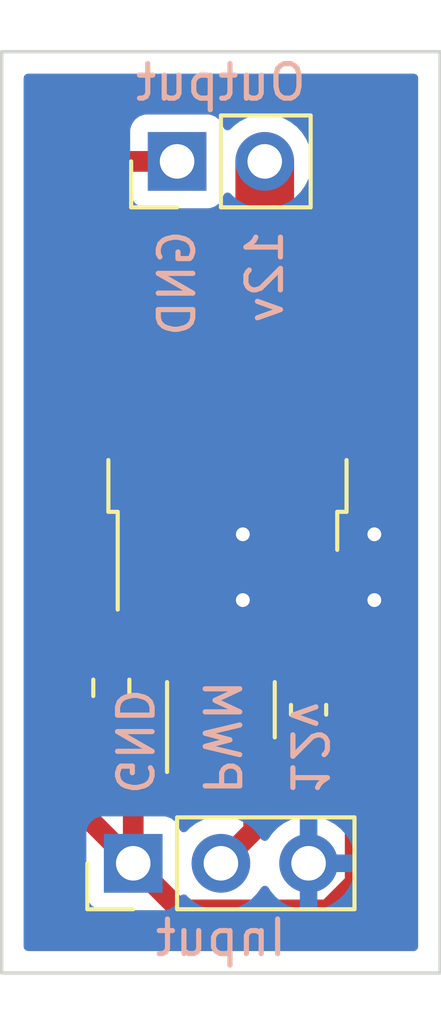
<source format=kicad_pcb>
(kicad_pcb (version 20211014) (generator pcbnew)
  (layers (0 "F.Cu" signal) (31 "B.Cu" signal) (34 "B.Paste" user) (35 "F.Paste" user) (36 "B.SilkS" user "B.Silkscreen") (37 "F.SilkS" user "F.Silkscreen") (38 "B.Mask" user) (39 "F.Mask" user) (44 "Edge.Cuts" user))
  (net 0 "")
  (net 1 "+12V")
  (net 2 "GND")
  (net 3 "PWM_OUT_1")
  (net 4 "PWM_IN_1")
  (net 5 "Net-(Q1-Pad1)")
  (net 6 "Net-(R1-Pad1)")
  (footprint "Connector_PinHeader_2.54mm:PinHeader_1x03_P2.54mm_Vertical" (layer "F.Cu") (at 66.675 86.995 90)
    (fp_text reference "J2" hide)
    (fp_text value "Conn_01x03")
    (fp_line (start -1.33 -1.33) (end 0 -1.33) (layer "F.SilkS") (width 0.12))
    (fp_line (start -1.33 1.27) (end 1.33 1.27) (layer "F.SilkS") (width 0.12))
    (fp_line (start -1.33 6.41) (end 1.33 6.41) (layer "F.SilkS") (width 0.12))
    (fp_line (start 1.33 1.27) (end 1.33 6.41) (layer "F.SilkS") (width 0.12))
    (fp_line (start -1.33 0) (end -1.33 -1.33) (layer "F.SilkS") (width 0.12))
    (fp_line (start -1.33 1.27) (end -1.33 6.41) (layer "F.SilkS") (width 0.12))
    (pad "1" thru_hole rect (at 0 0 90) (size 1.7 1.7) (drill 1) (layers *.Cu *.Mask) (net 1 "+12V"))
    (pad "2" thru_hole oval (at 0 2.54 90) (size 1.7 1.7) (drill 1) (layers *.Cu *.Mask) (net 4 "PWM_IN_1"))
    (pad "3" thru_hole oval (at 0 5.08 90) (size 1.7 1.7) (drill 1) (layers *.Cu *.Mask) (net 2 "GND"))
  )
  (footprint "Package_TO_SOT_SMD:SOT-23-5" (layer "F.Cu") (at 69.215 82.55 90)
    (fp_text reference "U1" hide)
    (fp_text value "UCC27517")
    (fp_line (start 0 1.56) (end 0.8 1.56) (layer "F.SilkS") (width 0.12))
    (fp_line (start 0 1.56) (end -0.8 1.56) (layer "F.SilkS") (width 0.12))
    (fp_line (start 0 -1.56) (end -1.8 -1.56) (layer "F.SilkS") (width 0.12))
    (fp_line (start 0 -1.56) (end 0.8 -1.56) (layer "F.SilkS") (width 0.12))
    (pad "1" smd roundrect (at -1.1375 -0.95 90) (size 1.325 0.6) (layers "F.Cu" "F.Paste" "F.Mask") (net 1 "+12V"))
    (pad "2" smd roundrect (at -1.1375 0 90) (size 1.325 0.6) (layers "F.Cu" "F.Paste" "F.Mask") (net 2 "GND"))
    (pad "3" smd roundrect (at -1.1375 0.95 90) (size 1.325 0.6) (layers "F.Cu" "F.Paste" "F.Mask") (net 4 "PWM_IN_1"))
    (pad "4" smd roundrect (at 1.1375 0.95 90) (size 1.325 0.6) (layers "F.Cu" "F.Paste" "F.Mask") (net 2 "GND"))
    (pad "5" smd roundrect (at 1.1375 -0.95 90) (size 1.325 0.6) (layers "F.Cu" "F.Paste" "F.Mask") (net 6 "Net-(R1-Pad1)"))
  )
  (footprint "Connector_PinHeader_2.54mm:PinHeader_1x02_P2.54mm_Vertical" (layer "F.Cu") (at 67.945 66.675 90)
    (fp_text reference "J1" hide)
    (fp_text value "Conn_01x02")
    (fp_line (start -1.33 0) (end -1.33 -1.33) (layer "F.SilkS") (width 0.12))
    (fp_line (start 1.33 1.27) (end 1.33 3.87) (layer "F.SilkS") (width 0.12))
    (fp_line (start -1.33 1.27) (end -1.33 3.87) (layer "F.SilkS") (width 0.12))
    (fp_line (start -1.33 -1.33) (end 0 -1.33) (layer "F.SilkS") (width 0.12))
    (fp_line (start -1.33 1.27) (end 1.33 1.27) (layer "F.SilkS") (width 0.12))
    (fp_line (start -1.33 3.87) (end 1.33 3.87) (layer "F.SilkS") (width 0.12))
    (pad "1" thru_hole rect (at 0 0 90) (size 1.7 1.7) (drill 1) (layers *.Cu *.Mask) (net 1 "+12V"))
    (pad "2" thru_hole oval (at 0 2.54 90) (size 1.7 1.7) (drill 1) (layers *.Cu *.Mask) (net 3 "PWM_OUT_1"))
  )
  (footprint "Capacitor_SMD:C_0603_1608Metric" (layer "F.Cu") (at 71.755 82.55 90)
    (fp_text reference "C1" hide)
    (fp_text value "22uF")
    (fp_line (start -0.14058 -0.51) (end 0.14058 -0.51) (layer "F.SilkS") (width 0.12))
    (fp_line (start -0.14058 0.51) (end 0.14058 0.51) (layer "F.SilkS") (width 0.12))
    (pad "1" smd roundrect (at -0.775 0 90) (size 0.9 0.95) (layers "F.Cu" "F.Paste" "F.Mask") (net 1 "+12V"))
    (pad "2" smd roundrect (at 0.775 0 90) (size 0.9 0.95) (layers "F.Cu" "F.Paste" "F.Mask") (net 2 "GND"))
  )
  (footprint "Resistor_SMD:R_0603_1608Metric" (layer "F.Cu") (at 66.04 81.915 90)
    (fp_text reference "R1" hide)
    (fp_text value "100Ω")
    (fp_line (start -0.237258 0.5225) (end 0.237258 0.5225) (layer "F.SilkS") (width 0.12))
    (fp_line (start -0.237258 -0.5225) (end 0.237258 -0.5225) (layer "F.SilkS") (width 0.12))
    (pad "1" smd roundrect (at -0.825 0 90) (size 0.8 0.95) (layers "F.Cu" "F.Paste" "F.Mask") (net 6 "Net-(R1-Pad1)"))
    (pad "2" smd roundrect (at 0.825 0 90) (size 0.8 0.95) (layers "F.Cu" "F.Paste" "F.Mask") (net 5 "Net-(Q1-Pad1)"))
  )
  (footprint "Package_TO_SOT_SMD:TO-252-2" (layer "F.Cu") (at 69.405 74.35 90)
    (fp_text reference "Q1" hide)
    (fp_text value "AOD508")
    (fp_line (start -2.47 3.45) (end -2.47 3.18) (layer "F.SilkS") (width 0.12))
    (fp_line (start -2.47 -3.45) (end -2.47 -3.18) (layer "F.SilkS") (width 0.12))
    (fp_line (start -0.97 3.45) (end -2.47 3.45) (layer "F.SilkS") (width 0.12))
    (fp_line (start -0.97 -3.45) (end -2.47 -3.45) (layer "F.SilkS") (width 0.12))
    (fp_line (start -2.47 3.18) (end -3.57 3.18) (layer "F.SilkS") (width 0.12))
    (fp_line (start -2.47 -3.18) (end -5.3 -3.18) (layer "F.SilkS") (width 0.12))
    (pad "1" smd rect (at -4.2 -2.28 90) (size 2.2 1.2) (layers "F.Cu" "F.Paste" "F.Mask") (net 5 "Net-(Q1-Pad1)"))
    (pad "2" smd rect (at 2.1 0 90) (size 6.4 5.8) (layers "F.Cu" "F.Mask") (net 3 "PWM_OUT_1"))
    (pad "3" smd rect (at -4.2 2.28 90) (size 2.2 1.2) (layers "F.Cu" "F.Paste" "F.Mask") (net 2 "GND"))
  )
  (gr_rect (start 62.865 63.5) (end 75.565 90.17) (layer "Edge.Cuts") (width 0.1) (fill none))
  (gr_text "Input" (at 69.215 89.154) (layer "B.SilkS") (effects (font (size 1 1)) (justify mirror)))
  (gr_text "GND" (at 66.675 85.09 -90) (layer "B.SilkS") (effects (font (size 1 1)) (justify left mirror)))
  (gr_text "PWM" (at 69.215 85.09 -90) (layer "B.SilkS") (effects (font (size 1 1)) (justify left mirror)))
  (gr_text "Output" (at 69.215 64.389) (layer "B.SilkS") (effects (font (size 1 1)) (justify mirror)))
  (gr_text "12v" (at 70.485 68.58 -270) (layer "B.SilkS") (effects (font (size 1 1)) (justify left mirror)))
  (gr_text "12v" (at 71.755 85.09 -90) (layer "B.SilkS") (effects (font (size 1 1)) (justify left mirror)))
  (gr_text "GND" (at 67.945 68.58 -270) (layer "B.SilkS") (effects (font (size 1 1)) (justify left mirror)))
  (segment (start 64.77 67.945) (end 66.04 66.675) (width 0.6) (layer "F.Cu") (net 1))
  (segment (start 66.675 86.995) (end 68.024511 88.344511) (width 0.6) (layer "F.Cu") (net 1))
  (segment (start 73.104511 87.553987) (end 73.104511 84.674511) (width 0.6) (layer "F.Cu") (net 1))
  (segment (start 67.4425 83.6875) (end 68.265 83.6875) (width 0.6) (layer "F.Cu") (net 1))
  (segment (start 73.104511 84.674511) (end 71.755 83.325) (width 0.6) (layer "F.Cu") (net 1))
  (segment (start 66.04 66.675) (end 67.945 66.675) (width 0.6) (layer "F.Cu") (net 1))
  (segment (start 66.675 84.455) (end 67.4425 83.6875) (width 0.6) (layer "F.Cu") (net 1))
  (segment (start 68.024511 88.344511) (end 72.313987 88.344511) (width 0.6) (layer "F.Cu") (net 1))
  (segment (start 66.675 86.995) (end 66.675 84.455) (width 0.6) (layer "F.Cu") (net 1))
  (segment (start 72.313987 88.344511) (end 73.104511 87.553987) (width 0.6) (layer "F.Cu") (net 1))
  (segment (start 64.77 85.09) (end 64.77 67.945) (width 0.6) (layer "F.Cu") (net 1))
  (segment (start 66.675 86.995) (end 64.77 85.09) (width 0.6) (layer "F.Cu") (net 1))
  (segment (start 69.215 83.6875) (end 69.215 82.3625) (width 0.6) (layer "F.Cu") (net 2))
  (segment (start 69.215 82.3625) (end 70.165 81.4125) (width 0.6) (layer "F.Cu") (net 2))
  (via (at 73.66 77.47) (size 0.8) (drill 0.4) (layers "F.Cu" "B.Cu") (net 2))
  (via (at 73.66 79.375) (size 0.8) (drill 0.4) (layers "F.Cu" "B.Cu") (net 2))
  (via (at 69.85 79.375) (size 0.8) (drill 0.4) (layers "F.Cu" "B.Cu") (net 2))
  (via (at 69.85 77.47) (size 0.8) (drill 0.4) (layers "F.Cu" "B.Cu") (net 2))
  (segment (start 70.485 71.17) (end 69.405 72.25) (width 1.7) (layer "F.Cu") (net 3))
  (segment (start 70.485 66.675) (end 70.485 71.17) (width 1.7) (layer "F.Cu") (net 3))
  (segment (start 70.165 86.045) (end 70.165 83.6875) (width 0.6) (layer "F.Cu") (net 4))
  (segment (start 69.215 86.995) (end 70.165 86.045) (width 0.6) (layer "F.Cu") (net 4))
  (segment (start 66.04 81.09) (end 66.04 79.635) (width 0.6) (layer "F.Cu") (net 5))
  (segment (start 66.04 79.635) (end 67.125 78.55) (width 0.6) (layer "F.Cu") (net 5))
  (segment (start 67.3675 81.4125) (end 66.04 82.74) (width 0.6) (layer "F.Cu") (net 6))
  (segment (start 68.265 81.4125) (end 67.3675 81.4125) (width 0.6) (layer "F.Cu") (net 6))
  (zone (net 2) (net_name "GND") (layers F&B.Cu) (connect_pads thru_hole_only (clearance 0.508)) (min_thickness 0.254) (fill yes (thermal_gap 0.508) (thermal_bridge_width 0.508))
    (polygon (pts (xy 74.93 89.535) (xy 63.5 89.535) (xy 63.5 64.135) (xy 74.93 64.135)))
  )
)
</source>
